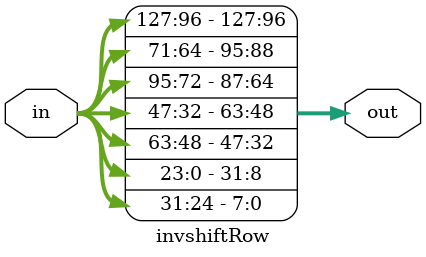
<source format=v>
`timescale 1ns / 1ps
module invshiftRow(
    input [127:0] in,
    output [127:0] out
    );
assign out[127:120]=in[127:120];
assign out[119:112]=in[119:112];
assign out[111:104]=in[111:104];
assign out[103:96]=in[103:96];

assign out[95:88]=in[71:64];
assign out[87:80]=in[95:88];
assign out[79:72]=in[87:80];
assign out[71:64]=in[79:72];

assign out[63:56]=in[47:40];
assign out[55:48]=in[39:32];
assign out[47:40]=in[63:56];
assign out[39:32]=in[55:48];

assign out[31:24]=in[23:16];
assign out[23:16]=in[15:8];
assign out[15:08]=in[7:0];
assign out[7:0]=in[31:24];


endmodule

</source>
